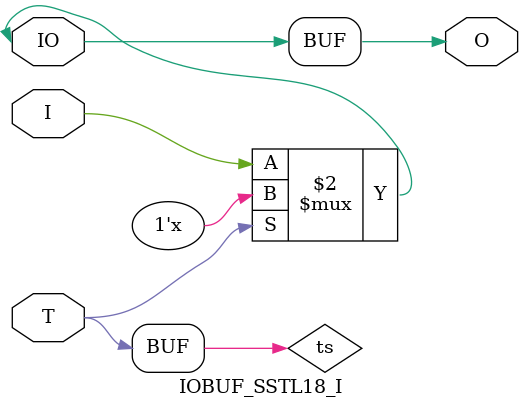
<source format=v>

/*

FUNCTION	: INPUT TRI-STATE OUTPUT BUFFER

*/

`celldefine
`timescale  100 ps / 10 ps

module IOBUF_SSTL18_I (O, IO, I, T);

    output O;

    inout  IO;

    input  I, T;

    or O1 (ts, 1'b0, T);
    bufif0 T1 (IO, I, ts);

    buf B1 (O, IO);

endmodule

</source>
